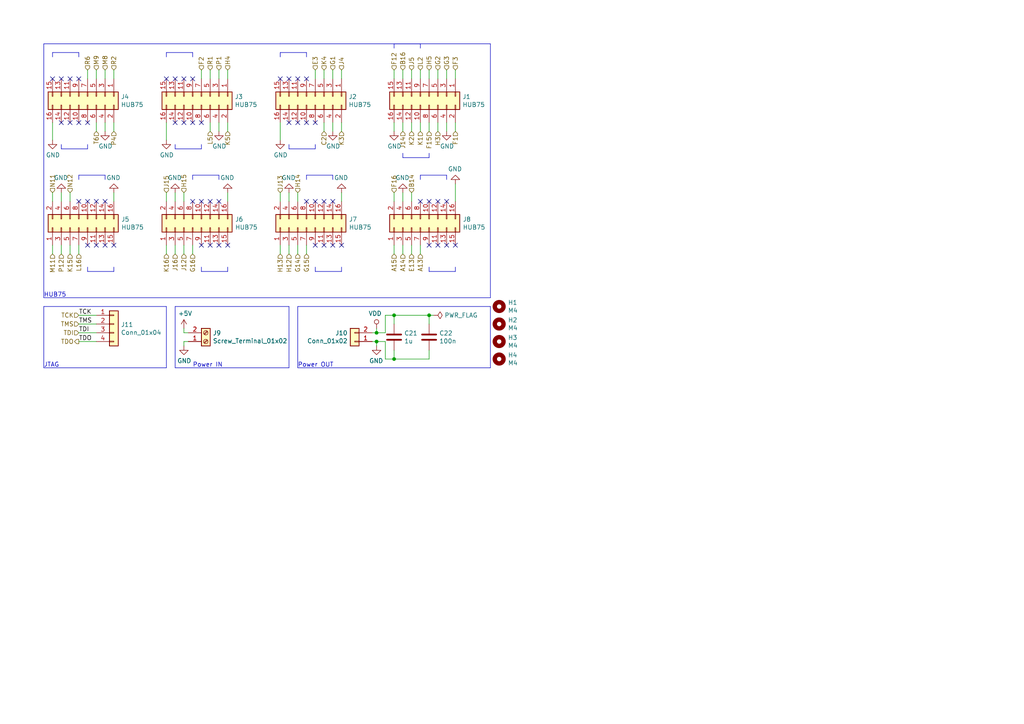
<source format=kicad_sch>
(kicad_sch (version 20220104) (generator eeschema)
  (paper "A4")
  (title_block (date "2020-08-29"))
  (lib_symbols
    (symbol "Connector:Screw_Terminal_01x02" (pin_names hide)
      (property "Reference" "J" (at 0 2.54 0))
      (property "Value" "Screw_Terminal_01x02" (at 0 -5.08 0))
      (symbol "Screw_Terminal_01x02_1_1"
        (rectangle (start -1.27 1.27) (end 1.27 -3.81) (stroke (width 0.254)) (fill (type background)))
        (circle (center 0 -2.54) (radius 0.635))
        (polyline (pts (xy -0.5334 -2.2098) (xy 0.3302 -3.048)))
        (polyline (pts (xy -0.5334 0.3302) (xy 0.3302 -0.508)))
        (polyline (pts (xy -0.3556 -2.032) (xy 0.508 -2.8702)))
        (polyline (pts (xy -0.3556 0.508) (xy 0.508 -0.3302)))
        (circle (center 0 0) (radius 0.635))
        (pin passive line (at -5.08 0 0) (length 3.81) (name "Pin_1") (number "1"))
        (pin passive line (at -5.08 -2.54 0) (length 3.81) (name "Pin_2") (number "2"))
      )
    )
    (symbol "Connector_Generic:Conn_01x02" (pin_names hide)
      (property "Reference" "J" (at 0 2.54 0))
      (property "Value" "Conn_01x02" (at 0 -5.08 0))
      (symbol "Conn_01x02_1_1"
        (rectangle (start -1.27 -2.413) (end 0 -2.667))
        (rectangle (start -1.27 0.127) (end 0 -0.127))
        (rectangle (start -1.27 1.27) (end 1.27 -3.81) (stroke (width 0.254)) (fill (type background)))
        (pin passive line (at -5.08 0 0) (length 3.81) (name "Pin_1") (number "1"))
        (pin passive line (at -5.08 -2.54 0) (length 3.81) (name "Pin_2") (number "2"))
      )
    )
    (symbol "Connector_Generic:Conn_01x04" (pin_names hide)
      (property "Reference" "J" (at 0 5.08 0))
      (property "Value" "Conn_01x04" (at 0 -7.62 0))
      (symbol "Conn_01x04_1_1"
        (rectangle (start -1.27 -4.953) (end 0 -5.207))
        (rectangle (start -1.27 -2.413) (end 0 -2.667))
        (rectangle (start -1.27 0.127) (end 0 -0.127))
        (rectangle (start -1.27 2.667) (end 0 2.413))
        (rectangle (start -1.27 3.81) (end 1.27 -6.35) (stroke (width 0.254)) (fill (type background)))
        (pin passive line (at -5.08 2.54 0) (length 3.81) (name "Pin_1") (number "1"))
        (pin passive line (at -5.08 0 0) (length 3.81) (name "Pin_2") (number "2"))
        (pin passive line (at -5.08 -2.54 0) (length 3.81) (name "Pin_3") (number "3"))
        (pin passive line (at -5.08 -5.08 0) (length 3.81) (name "Pin_4") (number "4"))
      )
    )
    (symbol "Connector_Generic:Conn_02x08_Odd_Even" (pin_names hide)
      (property "Reference" "J" (at 1.27 10.16 0))
      (property "Value" "Conn_02x08_Odd_Even" (at 1.27 -12.7 0))
      (symbol "Conn_02x08_Odd_Even_1_1"
        (rectangle (start -1.27 -10.033) (end 0 -10.287))
        (rectangle (start -1.27 -7.493) (end 0 -7.747))
        (rectangle (start -1.27 -4.953) (end 0 -5.207))
        (rectangle (start -1.27 -2.413) (end 0 -2.667))
        (rectangle (start -1.27 0.127) (end 0 -0.127))
        (rectangle (start -1.27 2.667) (end 0 2.413))
        (rectangle (start -1.27 5.207) (end 0 4.953))
        (rectangle (start -1.27 7.747) (end 0 7.493))
        (rectangle (start -1.27 8.89) (end 3.81 -11.43) (stroke (width 0.254)) (fill (type background)))
        (rectangle (start 3.81 -10.033) (end 2.54 -10.287))
        (rectangle (start 3.81 -7.493) (end 2.54 -7.747))
        (rectangle (start 3.81 -4.953) (end 2.54 -5.207))
        (rectangle (start 3.81 -2.413) (end 2.54 -2.667))
        (rectangle (start 3.81 0.127) (end 2.54 -0.127))
        (rectangle (start 3.81 2.667) (end 2.54 2.413))
        (rectangle (start 3.81 5.207) (end 2.54 4.953))
        (rectangle (start 3.81 7.747) (end 2.54 7.493))
        (pin passive line (at -5.08 7.62 0) (length 3.81) (name "Pin_1") (number "1"))
        (pin passive line (at 7.62 -2.54 180) (length 3.81) (name "Pin_10") (number "10"))
        (pin passive line (at -5.08 -5.08 0) (length 3.81) (name "Pin_11") (number "11"))
        (pin passive line (at 7.62 -5.08 180) (length 3.81) (name "Pin_12") (number "12"))
        (pin passive line (at -5.08 -7.62 0) (length 3.81) (name "Pin_13") (number "13"))
        (pin passive line (at 7.62 -7.62 180) (length 3.81) (name "Pin_14") (number "14"))
        (pin passive line (at -5.08 -10.16 0) (length 3.81) (name "Pin_15") (number "15"))
        (pin passive line (at 7.62 -10.16 180) (length 3.81) (name "Pin_16") (number "16"))
        (pin passive line (at 7.62 7.62 180) (length 3.81) (name "Pin_2") (number "2"))
        (pin passive line (at -5.08 5.08 0) (length 3.81) (name "Pin_3") (number "3"))
        (pin passive line (at 7.62 5.08 180) (length 3.81) (name "Pin_4") (number "4"))
        (pin passive line (at -5.08 2.54 0) (length 3.81) (name "Pin_5") (number "5"))
        (pin passive line (at 7.62 2.54 180) (length 3.81) (name "Pin_6") (number "6"))
        (pin passive line (at -5.08 0 0) (length 3.81) (name "Pin_7") (number "7"))
        (pin passive line (at 7.62 0 180) (length 3.81) (name "Pin_8") (number "8"))
        (pin passive line (at -5.08 -2.54 0) (length 3.81) (name "Pin_9") (number "9"))
      )
    )
    (symbol "Device:C" (pin_numbers hide) (pin_names (offset 0.254))
      (property "Reference" "C" (at 0.635 2.54 0))
      (property "Value" "C" (at 0.635 -2.54 0))
      (symbol "C_0_1"
        (polyline (pts (xy -2.032 -0.762) (xy 2.032 -0.762)) (stroke (width 0.508)))
        (polyline (pts (xy -2.032 0.762) (xy 2.032 0.762)) (stroke (width 0.508)))
      )
      (symbol "C_1_1"
        (pin passive line (at 0 3.81 270) (length 2.794) (name "~") (number "1"))
        (pin passive line (at 0 -3.81 90) (length 2.794) (name "~") (number "2"))
      )
    )
    (symbol "Mechanical:MountingHole"
      (property "Reference" "H" (at 0 5.08 0))
      (property "Value" "MountingHole" (at 0 3.175 0))
      (symbol "MountingHole_0_1"
        (circle (center 0 0) (radius 1.27) (stroke (width 1.27)))
      )
    )
    (symbol "power:+5V" (power) (pin_names (offset 0))
      (property "Value" "+5V" (at 0 3.556 0))
      (symbol "+5V_0_1"
        (polyline (pts (xy -0.762 1.27) (xy 0 2.54)))
        (polyline (pts (xy 0 0) (xy 0 2.54)))
        (polyline (pts (xy 0 2.54) (xy 0.762 1.27)))
      )
      (symbol "+5V_1_1"
        (pin power_in line (at 0 0 90) (length 0) hide (name "+5V") (number "1"))
      )
    )
    (symbol "power:GND" (power) (pin_names (offset 0))
      (property "Value" "GND" (at 0 -3.81 0))
      (symbol "GND_0_1"
        (polyline (pts (xy 0 0) (xy 0 -1.27) (xy 1.27 -1.27) (xy 0 -2.54) (xy -1.27 -1.27) (xy 0 -1.27)))
      )
      (symbol "GND_1_1"
        (pin power_in line (at 0 0 270) (length 0) hide (name "GND") (number "1"))
      )
    )
    (symbol "power:PWR_FLAG" (power) (pin_numbers hide) (pin_names (offset 0) hide)
      (property "Value" "PWR_FLAG" (at 0 3.81 0))
      (symbol "PWR_FLAG_0_0"
        (pin power_out line (at 0 0 90) (length 0) (name "pwr") (number "1"))
      )
      (symbol "PWR_FLAG_0_1"
        (polyline (pts (xy 0 0) (xy 0 1.27) (xy -1.016 1.905) (xy 0 2.54) (xy 1.016 1.905) (xy 0 1.27)))
      )
    )
    (symbol "power:VDD" (power) (pin_names (offset 0))
      (property "Value" "VDD" (at 0 3.81 0))
      (symbol "VDD_0_1"
        (polyline (pts (xy 0 0) (xy 0 1.27)))
        (circle (center 0 1.905) (radius 0.635))
      )
      (symbol "VDD_1_1"
        (pin power_in line (at 0 0 90) (length 0) hide (name "VDD") (number "1"))
      )
    )
  )
  (junction (at 109.22 96.52))
  (junction (at 124.46 91.44))
  (junction (at 114.3 104.14))
  (junction (at 114.3 91.44))
  (junction (at 109.22 99.06))
  (no_connect (at 99.06 71.12))
  (no_connect (at 58.42 58.42))
  (no_connect (at 27.94 58.42))
  (no_connect (at 121.92 58.42))
  (no_connect (at 22.86 22.86))
  (no_connect (at 48.26 22.86))
  (no_connect (at 129.54 58.42))
  (no_connect (at 91.44 71.12))
  (no_connect (at 22.86 58.42))
  (no_connect (at 50.8 35.56))
  (no_connect (at 25.4 71.12))
  (no_connect (at 53.34 22.86))
  (no_connect (at 53.34 35.56))
  (no_connect (at 25.4 58.42))
  (no_connect (at 96.52 71.12))
  (no_connect (at 63.5 71.12))
  (no_connect (at 60.96 58.42))
  (no_connect (at 30.48 71.12))
  (no_connect (at 86.36 35.56))
  (no_connect (at 66.04 71.12))
  (no_connect (at 88.9 35.56))
  (no_connect (at 60.96 71.12))
  (no_connect (at 83.82 22.86))
  (no_connect (at 88.9 22.86))
  (no_connect (at 55.88 35.56))
  (no_connect (at 93.98 71.12))
  (no_connect (at 88.9 58.42))
  (no_connect (at 15.24 22.86))
  (no_connect (at 30.48 58.42))
  (no_connect (at 91.44 58.42))
  (no_connect (at 81.28 22.86))
  (no_connect (at 91.44 35.56))
  (no_connect (at 20.32 22.86))
  (no_connect (at 127 58.42))
  (no_connect (at 96.52 58.42))
  (no_connect (at 55.88 58.42))
  (no_connect (at 22.86 35.56))
  (no_connect (at 55.88 22.86))
  (no_connect (at 132.08 71.12))
  (no_connect (at 127 71.12))
  (no_connect (at 83.82 35.56))
  (no_connect (at 93.98 58.42))
  (no_connect (at 124.46 58.42))
  (no_connect (at 63.5 58.42))
  (no_connect (at 25.4 35.56))
  (no_connect (at 58.42 35.56))
  (no_connect (at 124.46 71.12))
  (no_connect (at 27.94 71.12))
  (no_connect (at 33.02 71.12))
  (no_connect (at 17.78 35.56))
  (no_connect (at 58.42 71.12))
  (no_connect (at 86.36 22.86))
  (no_connect (at 20.32 35.56))
  (no_connect (at 50.8 22.86))
  (no_connect (at 17.78 22.86))
  (no_connect (at 129.54 71.12))
  (polyline (pts (xy 83.82 41.91) (xy 83.82 43.18)) (stroke (width 0) (type solid)))
  (wire (pts (xy 124.46 104.14) (xy 114.3 104.14)))
  (wire (pts (xy 27.94 35.56) (xy 27.94 38.1)))
  (wire (pts (xy 91.44 20.32) (xy 91.44 22.86)))
  (wire (pts (xy 114.3 104.14) (xy 111.76 104.14)))
  (polyline (pts (xy 132.08 77.47) (xy 132.08 78.74)) (stroke (width 0) (type solid)))
  (wire (pts (xy 96.52 35.56) (xy 96.52 38.1)))
  (polyline (pts (xy 33.02 78.74) (xy 25.4 78.74)) (stroke (width 0) (type solid)))
  (polyline (pts (xy 12.7 88.9) (xy 12.7 106.68)) (stroke (width 0) (type solid)))
  (wire (pts (xy 121.92 73.66) (xy 121.92 71.12)))
  (wire (pts (xy 66.04 20.32) (xy 66.04 22.86)))
  (wire (pts (xy 66.04 35.56) (xy 66.04 38.1)))
  (polyline (pts (xy 81.28 15.24) (xy 88.9 15.24)) (stroke (width 0) (type solid)))
  (wire (pts (xy 127 20.32) (xy 127 22.86)))
  (wire (pts (xy 30.48 35.56) (xy 30.48 38.1)))
  (polyline (pts (xy 114.3 13.97) (xy 114.3 12.7)) (stroke (width 0) (type solid)))
  (wire (pts (xy 93.98 20.32) (xy 93.98 22.86)))
  (wire (pts (xy 111.76 91.44) (xy 114.3 91.44)))
  (polyline (pts (xy 96.52 50.8) (xy 88.9 50.8)) (stroke (width 0) (type solid)))
  (polyline (pts (xy 33.02 77.47) (xy 33.02 78.74)) (stroke (width 0) (type solid)))
  (wire (pts (xy 93.98 35.56) (xy 93.98 38.1)))
  (polyline (pts (xy 99.06 77.47) (xy 99.06 78.74)) (stroke (width 0) (type solid)))
  (polyline (pts (xy 83.82 43.18) (xy 91.44 43.18)) (stroke (width 0) (type solid)))
  (wire (pts (xy 119.38 35.56) (xy 119.38 38.1)))
  (wire (pts (xy 17.78 73.66) (xy 17.78 71.12)))
  (wire (pts (xy 17.78 58.42) (xy 17.78 55.88)))
  (polyline (pts (xy 55.88 52.07) (xy 55.88 50.8)) (stroke (width 0) (type solid)))
  (wire (pts (xy 109.22 95.25) (xy 109.22 96.52)))
  (wire (pts (xy 119.38 73.66) (xy 119.38 71.12)))
  (polyline (pts (xy 86.36 106.68) (xy 142.24 106.68)) (stroke (width 0) (type solid)))
  (polyline (pts (xy 63.5 50.8) (xy 55.88 50.8)) (stroke (width 0) (type solid)))
  (wire (pts (xy 116.84 58.42) (xy 116.84 55.88)))
  (wire (pts (xy 119.38 58.42) (xy 119.38 55.88)))
  (wire (pts (xy 55.88 73.66) (xy 55.88 71.12)))
  (wire (pts (xy 116.84 73.66) (xy 116.84 71.12)))
  (polyline (pts (xy 48.26 106.68) (xy 48.26 88.9)) (stroke (width 0) (type solid)))
  (wire (pts (xy 116.84 20.32) (xy 116.84 22.86)))
  (polyline (pts (xy 91.44 78.74) (xy 91.44 77.47)) (stroke (width 0) (type solid)))
  (polyline (pts (xy 50.8 106.68) (xy 83.82 106.68)) (stroke (width 0) (type solid)))
  (wire (pts (xy 60.96 20.32) (xy 60.96 22.86)))
  (wire (pts (xy 25.4 20.32) (xy 25.4 22.86)))
  (polyline (pts (xy 66.04 78.74) (xy 58.42 78.74)) (stroke (width 0) (type solid)))
  (wire (pts (xy 15.24 73.66) (xy 15.24 71.12)))
  (wire (pts (xy 15.24 35.56) (xy 15.24 40.64)))
  (polyline (pts (xy 91.44 41.91) (xy 91.44 43.18)) (stroke (width 0) (type solid)))
  (wire (pts (xy 83.82 58.42) (xy 83.82 55.88)))
  (polyline (pts (xy 142.24 106.68) (xy 142.24 88.9)) (stroke (width 0) (type solid)))
  (polyline (pts (xy 58.42 78.74) (xy 58.42 77.47)) (stroke (width 0) (type solid)))
  (wire (pts (xy 22.86 99.06) (xy 27.94 99.06)))
  (wire (pts (xy 50.8 58.42) (xy 50.8 55.88)))
  (wire (pts (xy 124.46 20.32) (xy 124.46 22.86)))
  (wire (pts (xy 33.02 58.42) (xy 33.02 55.88)))
  (polyline (pts (xy 86.36 88.9) (xy 142.24 88.9)) (stroke (width 0) (type solid)))
  (wire (pts (xy 99.06 58.42) (xy 99.06 55.88)))
  (polyline (pts (xy 142.24 86.36) (xy 142.24 12.7)) (stroke (width 0) (type solid)))
  (polyline (pts (xy 17.78 41.91) (xy 17.78 43.18)) (stroke (width 0) (type solid)))
  (polyline (pts (xy 121.92 12.7) (xy 121.92 13.97)) (stroke (width 0) (type solid)))
  (wire (pts (xy 114.3 35.56) (xy 114.3 38.1)))
  (polyline (pts (xy 63.5 52.07) (xy 63.5 50.8)) (stroke (width 0) (type solid)))
  (wire (pts (xy 63.5 20.32) (xy 63.5 22.86)))
  (wire (pts (xy 20.32 73.66) (xy 20.32 71.12)))
  (wire (pts (xy 99.06 35.56) (xy 99.06 38.1)))
  (wire (pts (xy 132.08 35.56) (xy 132.08 38.1)))
  (polyline (pts (xy 17.78 43.18) (xy 25.4 43.18)) (stroke (width 0) (type solid)))
  (polyline (pts (xy 86.36 88.9) (xy 86.36 106.68)) (stroke (width 0) (type solid)))
  (polyline (pts (xy 12.7 86.36) (xy 142.24 86.36)) (stroke (width 0) (type solid)))
  (polyline (pts (xy 50.8 88.9) (xy 50.8 106.68)) (stroke (width 0) (type solid)))
  (polyline (pts (xy 48.26 16.51) (xy 48.26 15.24)) (stroke (width 0) (type solid)))
  (polyline (pts (xy 25.4 78.74) (xy 25.4 77.47)) (stroke (width 0) (type solid)))
  (polyline (pts (xy 22.86 52.07) (xy 22.86 50.8)) (stroke (width 0) (type solid)))
  (wire (pts (xy 114.3 101.6) (xy 114.3 104.14)))
  (wire (pts (xy 53.34 96.52) (xy 54.61 96.52)))
  (wire (pts (xy 15.24 58.42) (xy 15.24 55.88)))
  (wire (pts (xy 114.3 91.44) (xy 124.46 91.44)))
  (wire (pts (xy 33.02 35.56) (xy 33.02 38.1)))
  (wire (pts (xy 111.76 99.06) (xy 109.22 99.06)))
  (wire (pts (xy 119.38 20.32) (xy 119.38 22.86)))
  (wire (pts (xy 107.95 99.06) (xy 109.22 99.06)))
  (wire (pts (xy 22.86 93.98) (xy 27.94 93.98)))
  (polyline (pts (xy 124.46 78.74) (xy 124.46 77.47)) (stroke (width 0) (type solid)))
  (wire (pts (xy 27.94 20.32) (xy 27.94 22.86)))
  (wire (pts (xy 124.46 35.56) (xy 124.46 38.1)))
  (wire (pts (xy 88.9 73.66) (xy 88.9 71.12)))
  (wire (pts (xy 109.22 99.06) (xy 109.22 100.33)))
  (wire (pts (xy 116.84 35.56) (xy 116.84 38.1)))
  (polyline (pts (xy 12.7 106.68) (xy 48.26 106.68)) (stroke (width 0) (type solid)))
  (wire (pts (xy 129.54 20.32) (xy 129.54 22.86)))
  (wire (pts (xy 111.76 104.14) (xy 111.76 99.06)))
  (polyline (pts (xy 132.08 78.74) (xy 124.46 78.74)) (stroke (width 0) (type solid)))
  (polyline (pts (xy 48.26 15.24) (xy 55.88 15.24)) (stroke (width 0) (type solid)))
  (wire (pts (xy 124.46 91.44) (xy 124.46 93.98)))
  (polyline (pts (xy 12.7 88.9) (xy 48.26 88.9)) (stroke (width 0) (type solid)))
  (wire (pts (xy 129.54 35.56) (xy 129.54 38.1)))
  (polyline (pts (xy 116.84 45.72) (xy 124.46 45.72)) (stroke (width 0) (type solid)))
  (wire (pts (xy 22.86 73.66) (xy 22.86 71.12)))
  (polyline (pts (xy 96.52 52.07) (xy 96.52 50.8)) (stroke (width 0) (type solid)))
  (polyline (pts (xy 83.82 106.68) (xy 83.82 88.9)) (stroke (width 0) (type solid)))
  (wire (pts (xy 53.34 58.42) (xy 53.34 55.88)))
  (wire (pts (xy 58.42 20.32) (xy 58.42 22.86)))
  (polyline (pts (xy 121.92 52.07) (xy 121.92 50.8)) (stroke (width 0) (type solid)))
  (polyline (pts (xy 88.9 15.24) (xy 88.9 16.51)) (stroke (width 0) (type solid)))
  (wire (pts (xy 109.22 96.52) (xy 107.95 96.52)))
  (wire (pts (xy 66.04 58.42) (xy 66.04 55.88)))
  (polyline (pts (xy 15.24 16.51) (xy 15.24 15.24)) (stroke (width 0) (type solid)))
  (polyline (pts (xy 81.28 16.51) (xy 81.28 15.24)) (stroke (width 0) (type solid)))
  (polyline (pts (xy 124.46 44.45) (xy 124.46 45.72)) (stroke (width 0) (type solid)))
  (polyline (pts (xy 66.04 77.47) (xy 66.04 78.74)) (stroke (width 0) (type solid)))
  (wire (pts (xy 121.92 35.56) (xy 121.92 38.1)))
  (polyline (pts (xy 129.54 52.07) (xy 129.54 50.8)) (stroke (width 0) (type solid)))
  (wire (pts (xy 86.36 73.66) (xy 86.36 71.12)))
  (polyline (pts (xy 88.9 52.07) (xy 88.9 50.8)) (stroke (width 0) (type solid)))
  (wire (pts (xy 114.3 91.44) (xy 114.3 93.98)))
  (wire (pts (xy 33.02 20.32) (xy 33.02 22.86)))
  (wire (pts (xy 60.96 35.56) (xy 60.96 38.1)))
  (wire (pts (xy 22.86 96.52) (xy 27.94 96.52)))
  (polyline (pts (xy 50.8 41.91) (xy 50.8 43.18)) (stroke (width 0) (type solid)))
  (polyline (pts (xy 25.4 41.91) (xy 25.4 43.18)) (stroke (width 0) (type solid)))
  (wire (pts (xy 124.46 91.44) (xy 125.73 91.44)))
  (wire (pts (xy 114.3 20.32) (xy 114.3 22.86)))
  (wire (pts (xy 83.82 73.66) (xy 83.82 71.12)))
  (polyline (pts (xy 99.06 78.74) (xy 91.44 78.74)) (stroke (width 0) (type solid)))
  (polyline (pts (xy 55.88 15.24) (xy 55.88 16.51)) (stroke (width 0) (type solid)))
  (wire (pts (xy 109.22 96.52) (xy 111.76 96.52)))
  (wire (pts (xy 53.34 99.06) (xy 53.34 100.33)))
  (wire (pts (xy 121.92 20.32) (xy 121.92 22.86)))
  (wire (pts (xy 81.28 73.66) (xy 81.28 71.12)))
  (wire (pts (xy 20.32 58.42) (xy 20.32 55.88)))
  (polyline (pts (xy 15.24 15.24) (xy 22.86 15.24)) (stroke (width 0) (type solid)))
  (polyline (pts (xy 30.48 52.07) (xy 30.48 50.8)) (stroke (width 0) (type solid)))
  (wire (pts (xy 132.08 58.42) (xy 132.08 53.34)))
  (polyline (pts (xy 116.84 44.45) (xy 116.84 45.72)) (stroke (width 0) (type solid)))
  (wire (pts (xy 86.36 58.42) (xy 86.36 55.88)))
  (polyline (pts (xy 50.8 88.9) (xy 83.82 88.9)) (stroke (width 0) (type solid)))
  (wire (pts (xy 127 35.56) (xy 127 38.1)))
  (wire (pts (xy 53.34 99.06) (xy 54.61 99.06)))
  (wire (pts (xy 81.28 35.56) (xy 81.28 40.64)))
  (wire (pts (xy 114.3 58.42) (xy 114.3 55.88)))
  (polyline (pts (xy 58.42 41.91) (xy 58.42 43.18)) (stroke (width 0) (type solid)))
  (wire (pts (xy 99.06 20.32) (xy 99.06 22.86)))
  (polyline (pts (xy 129.54 50.8) (xy 121.92 50.8)) (stroke (width 0) (type solid)))
  (wire (pts (xy 96.52 20.32) (xy 96.52 22.86)))
  (polyline (pts (xy 114.3 12.7) (xy 121.92 12.7)) (stroke (width 0) (type solid)))
  (polyline (pts (xy 50.8 43.18) (xy 58.42 43.18)) (stroke (width 0) (type solid)))
  (wire (pts (xy 114.3 73.66) (xy 114.3 71.12)))
  (wire (pts (xy 53.34 95.25) (xy 53.34 96.52)))
  (wire (pts (xy 63.5 35.56) (xy 63.5 38.1)))
  (wire (pts (xy 48.26 73.66) (xy 48.26 71.12)))
  (polyline (pts (xy 22.86 15.24) (xy 22.86 16.51)) (stroke (width 0) (type solid)))
  (wire (pts (xy 132.08 20.32) (xy 132.08 22.86)))
  (wire (pts (xy 48.26 35.56) (xy 48.26 40.64)))
  (wire (pts (xy 30.48 20.32) (xy 30.48 22.86)))
  (wire (pts (xy 48.26 58.42) (xy 48.26 55.88)))
  (wire (pts (xy 81.28 58.42) (xy 81.28 55.88)))
  (wire (pts (xy 22.86 91.44) (xy 27.94 91.44)))
  (wire (pts (xy 50.8 73.66) (xy 50.8 71.12)))
  (wire (pts (xy 124.46 101.6) (xy 124.46 104.14)))
  (polyline (pts (xy 12.7 12.7) (xy 12.7 86.36)) (stroke (width 0) (type solid)))
  (wire (pts (xy 53.34 73.66) (xy 53.34 71.12)))
  (wire (pts (xy 111.76 96.52) (xy 111.76 91.44)))
  (polyline (pts (xy 30.48 50.8) (xy 22.86 50.8)) (stroke (width 0) (type solid)))
  (polyline (pts (xy 12.7 12.7) (xy 142.24 12.7)) (stroke (width 0) (type solid)))
  (text "Power OUT" (at 86.36 106.68 0) (effects (font (size 1.27 1.27)) (justify left bottom)))
  (text "HUB75" (at 12.7 86.36 0) (effects (font (size 1.27 1.27)) (justify left bottom)))
  (text "Power IN" (at 55.88 106.68 0) (effects (font (size 1.27 1.27)) (justify left bottom)))
  (text "JTAG" (at 12.7 106.68 0) (effects (font (size 1.27 1.27)) (justify left bottom)))
  (label "TDI" (at 22.86 96.52 0))
  (label "TMS" (at 22.86 93.98 0))
  (label "TCK" (at 22.86 91.44 0))
  (label "TDO" (at 22.86 99.06 0))
  (hierarchical_label "G1" (shape input) (at 96.52 20.32 90))
  (hierarchical_label "K5" (shape input) (at 66.04 38.1 270))
  (hierarchical_label "B14" (shape input) (at 119.38 55.88 90))
  (hierarchical_label "H3" (shape input) (at 127 38.1 270))
  (hierarchical_label "H13" (shape input) (at 81.28 73.66 270))
  (hierarchical_label "K16" (shape input) (at 48.26 73.66 270))
  (hierarchical_label "TDO" (shape output) (at 22.86 99.06 180))
  (hierarchical_label "A13" (shape input) (at 121.92 73.66 270))
  (hierarchical_label "E13" (shape input) (at 119.38 73.66 270))
  (hierarchical_label "H5" (shape input) (at 124.46 20.32 90))
  (hierarchical_label "H4" (shape input) (at 66.04 20.32 90))
  (hierarchical_label "J4" (shape input) (at 99.06 20.32 90))
  (hierarchical_label "B16" (shape input) (at 116.84 20.32 90))
  (hierarchical_label "R1" (shape input) (at 60.96 20.32 90))
  (hierarchical_label "K3" (shape input) (at 99.06 38.1 270))
  (hierarchical_label "M9" (shape input) (at 27.94 20.32 90))
  (hierarchical_label "P1" (shape input) (at 63.5 20.32 90))
  (hierarchical_label "F1" (shape input) (at 132.08 38.1 270))
  (hierarchical_label "H12" (shape input) (at 83.82 73.66 270))
  (hierarchical_label "K4" (shape input) (at 93.98 20.32 90))
  (hierarchical_label "J12" (shape input) (at 53.34 73.66 270))
  (hierarchical_label "N11" (shape input) (at 15.24 55.88 90))
  (hierarchical_label "L2" (shape input) (at 121.92 20.32 90))
  (hierarchical_label "R2" (shape input) (at 33.02 20.32 90))
  (hierarchical_label "G14" (shape input) (at 86.36 73.66 270))
  (hierarchical_label "A15" (shape input) (at 114.3 73.66 270))
  (hierarchical_label "R6" (shape input) (at 25.4 20.32 90))
  (hierarchical_label "L5" (shape input) (at 60.96 38.1 270))
  (hierarchical_label "H14" (shape input) (at 86.36 55.88 90))
  (hierarchical_label "J13" (shape input) (at 81.28 55.88 90))
  (hierarchical_label "K1" (shape input) (at 121.92 38.1 270))
  (hierarchical_label "G2" (shape input) (at 127 20.32 90))
  (hierarchical_label "G15" (shape input) (at 88.9 73.66 270))
  (hierarchical_label "F16" (shape input) (at 114.3 55.88 90))
  (hierarchical_label "F15" (shape input) (at 124.46 38.1 270))
  (hierarchical_label "F3" (shape input) (at 132.08 20.32 90))
  (hierarchical_label "J15" (shape input) (at 48.26 55.88 90))
  (hierarchical_label "K15" (shape input) (at 20.32 73.66 270))
  (hierarchical_label "P4" (shape input) (at 33.02 38.1 270))
  (hierarchical_label "E3" (shape input) (at 91.44 20.32 90))
  (hierarchical_label "J14" (shape input) (at 116.84 38.1 270))
  (hierarchical_label "H15" (shape input) (at 53.34 55.88 90))
  (hierarchical_label "TDI" (shape input) (at 22.86 96.52 180))
  (hierarchical_label "P12" (shape input) (at 17.78 73.66 270))
  (hierarchical_label "C2" (shape input) (at 93.98 38.1 270))
  (hierarchical_label "J5" (shape input) (at 119.38 20.32 90))
  (hierarchical_label "G3" (shape input) (at 129.54 20.32 90))
  (hierarchical_label "TCK" (shape input) (at 22.86 91.44 180))
  (hierarchical_label "F2" (shape input) (at 58.42 20.32 90))
  (hierarchical_label "J16" (shape input) (at 50.8 73.66 270))
  (hierarchical_label "M8" (shape input) (at 30.48 20.32 90))
  (hierarchical_label "K2" (shape input) (at 119.38 38.1 270))
  (hierarchical_label "TMS" (shape input) (at 22.86 93.98 180))
  (hierarchical_label "N12" (shape input) (at 20.32 55.88 90))
  (hierarchical_label "T6" (shape input) (at 27.94 38.1 270))
  (hierarchical_label "F12" (shape input) (at 114.3 20.32 90))
  (hierarchical_label "L16" (shape input) (at 22.86 73.66 270))
  (hierarchical_label "A14" (shape input) (at 116.84 73.66 270))
  (hierarchical_label "M11" (shape input) (at 15.24 73.66 270))
  (hierarchical_label "G16" (shape input) (at 55.88 73.66 270))
  (symbol (lib_id "Device:C") (at 114.3 97.79 0) (mirror x) (unit 1)
    (property "Reference" "C21" (at 117.221 96.641 0) (effects (justify left)))
    (property "Value" "1u" (at 117.2211 98.9393 0) (effects (justify left)))
    (property "Footprint" "Capacitor_SMD:C_0603_1608Metric_Icon" (effects hide))
  )
  (symbol (lib_id "power:GND") (at 30.48 38.1 0) (unit 1)
    (property "Reference" "#PWR0187" (effects hide))
    (property "Value" "GND" (at 30.5943 42.4244 0))
  )
  (symbol (lib_id "power:GND") (at 129.54 38.1 0) (unit 1)
    (property "Reference" "#PWR0159" (effects hide))
    (property "Value" "GND" (at 129.6543 42.4244 0))
  )
  (symbol (lib_id "Connector_Generic:Conn_01x04") (at 33.02 93.98 0) (unit 1)
    (property "Reference" "J11" (at 35.0521 94.1514 0) (effects (justify left)))
    (property "Value" "Conn_01x04" (at 35.0521 96.4501 0) (effects (justify left)))
    (property "Footprint" "Connector_PinHeader_2.54mm:PinHeader_1x04_P2.54mm_Vertical" (effects hide))
  )
  (symbol (lib_id "power:PWR_FLAG") (at 125.73 91.44 270) (unit 1)
    (property "Reference" "#FLG0101" (effects hide))
    (property "Value" "PWR_FLAG" (at 128.9051 91.44 90) (effects (justify left)))
  )
  (symbol (lib_id "Connector_Generic:Conn_02x08_Odd_Even") (at 88.9 66.04 90) (unit 1)
    (property "Reference" "J7" (at 101.1937 63.6206 90) (effects (justify right)))
    (property "Value" "HUB75" (at 101.194 65.919 90) (effects (justify right)))
    (property "Footprint" "Connector_PinSocket_2.54mm:PinSocket_2x08_P2.54mm_Vertical" (effects hide))
  )
  (symbol (lib_id "power:GND") (at 81.28 40.64 0) (unit 1)
    (property "Reference" "#PWR0169" (effects hide))
    (property "Value" "GND" (at 81.3943 44.9644 0))
  )
  (symbol (lib_id "Connector_Generic:Conn_02x08_Odd_Even") (at 91.44 27.94 270) (unit 1)
    (property "Reference" "J2" (at 101.0921 28.0606 90) (effects (justify left)))
    (property "Value" "HUB75" (at 101.092 30.359 90) (effects (justify left)))
    (property "Footprint" "Connector_PinSocket_2.54mm:PinSocket_2x08_P2.54mm_Vertical" (effects hide))
  )
  (symbol (lib_id "Mechanical:MountingHole") (at 144.78 93.98 0) (unit 1)
    (property "Reference" "H2" (at 147.3201 92.8306 0) (effects (justify left)))
    (property "Value" "M4" (at 147.32 95.129 0) (effects (justify left)))
    (property "Footprint" "MountingHole:MountingHole_4.3mm_M4_ISO7380_Pad" (effects hide))
  )
  (symbol (lib_id "power:GND") (at 63.5 38.1 0) (unit 1)
    (property "Reference" "#PWR0174" (effects hide))
    (property "Value" "GND" (at 63.6143 42.4244 0))
  )
  (symbol (lib_id "power:GND") (at 109.22 100.33 0) (mirror y) (unit 1)
    (property "Reference" "#PWR0180" (effects hide))
    (property "Value" "GND" (at 109.1057 104.6544 0))
  )
  (symbol (lib_id "Mechanical:MountingHole") (at 144.78 99.06 0) (unit 1)
    (property "Reference" "H3" (at 147.3201 97.9106 0) (effects (justify left)))
    (property "Value" "M4" (at 147.32 100.209 0) (effects (justify left)))
    (property "Footprint" "MountingHole:MountingHole_4.3mm_M4_ISO7380_Pad" (effects hide))
  )
  (symbol (lib_id "power:GND") (at 116.84 55.88 180) (unit 1)
    (property "Reference" "#PWR0160" (effects hide))
    (property "Value" "GND" (at 116.7257 51.5556 0))
  )
  (symbol (lib_id "power:GND") (at 50.8 55.88 180) (unit 1)
    (property "Reference" "#PWR0181" (effects hide))
    (property "Value" "GND" (at 50.6857 51.5556 0))
  )
  (symbol (lib_id "Connector_Generic:Conn_01x02") (at 102.87 99.06 180) (unit 1)
    (property "Reference" "J10" (at 100.8379 96.5898 0) (effects (justify left)))
    (property "Value" "Conn_01x02" (at 100.8379 98.8885 0) (effects (justify left)))
    (property "Footprint" "Connector_PinHeader_2.54mm:PinHeader_1x02_P2.54mm_Vertical" (effects hide))
  )
  (symbol (lib_id "Connector_Generic:Conn_02x08_Odd_Even") (at 22.86 66.04 90) (unit 1)
    (property "Reference" "J5" (at 35.1537 63.6206 90) (effects (justify right)))
    (property "Value" "HUB75" (at 35.154 65.919 90) (effects (justify right)))
    (property "Footprint" "Connector_PinSocket_2.54mm:PinSocket_2x08_P2.54mm_Vertical" (effects hide))
  )
  (symbol (lib_id "power:GND") (at 53.34 100.33 0) (unit 1)
    (property "Reference" "#PWR0183" (effects hide))
    (property "Value" "GND" (at 53.4543 104.6544 0))
  )
  (symbol (lib_id "power:VDD") (at 109.22 95.25 0) (mirror y) (unit 1)
    (property "Reference" "#PWR0149" (effects hide))
    (property "Value" "VDD" (at 108.7882 90.9256 0))
  )
  (symbol (lib_id "Mechanical:MountingHole") (at 144.78 104.14 0) (unit 1)
    (property "Reference" "H4" (at 147.3201 102.9906 0) (effects (justify left)))
    (property "Value" "M4" (at 147.32 105.289 0) (effects (justify left)))
    (property "Footprint" "MountingHole:MountingHole_4.3mm_M4_ISO7380_Pad" (effects hide))
  )
  (symbol (lib_id "Connector:Screw_Terminal_01x02") (at 59.69 99.06 0) (mirror x) (unit 1)
    (property "Reference" "J9" (at 61.7221 96.5898 0) (effects (justify left)))
    (property "Value" "Screw_Terminal_01x02" (at 61.7221 98.8885 0) (effects (justify left)))
    (property "Footprint" "Connector_Wire:SolderWirePad_1x02_P7.62mm_Drill2mm" (effects hide))
  )
  (symbol (lib_id "Connector_Generic:Conn_02x08_Odd_Even") (at 121.92 66.04 90) (unit 1)
    (property "Reference" "J8" (at 134.2137 63.6206 90) (effects (justify right)))
    (property "Value" "HUB75" (at 134.214 65.919 90) (effects (justify right)))
    (property "Footprint" "Connector_PinSocket_2.54mm:PinSocket_2x08_P2.54mm_Vertical" (effects hide))
  )
  (symbol (lib_id "power:GND") (at 66.04 55.88 180) (unit 1)
    (property "Reference" "#PWR0173" (effects hide))
    (property "Value" "GND" (at 65.9257 51.5556 0))
  )
  (symbol (lib_id "Connector_Generic:Conn_02x08_Odd_Even") (at 58.42 27.94 270) (unit 1)
    (property "Reference" "J3" (at 68.0721 28.0606 90) (effects (justify left)))
    (property "Value" "HUB75" (at 68.072 30.359 90) (effects (justify left)))
    (property "Footprint" "Connector_PinSocket_2.54mm:PinSocket_2x08_P2.54mm_Vertical" (effects hide))
  )
  (symbol (lib_id "Mechanical:MountingHole") (at 144.78 88.9 0) (unit 1)
    (property "Reference" "H1" (at 147.3201 87.7506 0) (effects (justify left)))
    (property "Value" "M4" (at 147.32 90.049 0) (effects (justify left)))
    (property "Footprint" "MountingHole:MountingHole_4.3mm_M4_ISO7380_Pad" (effects hide))
  )
  (symbol (lib_id "Connector_Generic:Conn_02x08_Odd_Even") (at 55.88 66.04 90) (unit 1)
    (property "Reference" "J6" (at 68.1737 63.6206 90) (effects (justify right)))
    (property "Value" "HUB75" (at 68.174 65.919 90) (effects (justify right)))
    (property "Footprint" "Connector_PinSocket_2.54mm:PinSocket_2x08_P2.54mm_Vertical" (effects hide))
  )
  (symbol (lib_id "power:GND") (at 33.02 55.88 180) (unit 1)
    (property "Reference" "#PWR0188" (effects hide))
    (property "Value" "GND" (at 32.9057 51.5556 0))
  )
  (symbol (lib_id "Device:C") (at 124.46 97.79 0) (mirror x) (unit 1)
    (property "Reference" "C22" (at 127.381 96.641 0) (effects (justify left)))
    (property "Value" "100n" (at 127.3811 98.9393 0) (effects (justify left)))
    (property "Footprint" "Capacitor_SMD:C_0603_1608Metric_Icon" (effects hide))
  )
  (symbol (lib_id "power:GND") (at 15.24 40.64 0) (unit 1)
    (property "Reference" "#PWR0184" (effects hide))
    (property "Value" "GND" (at 15.3543 44.9644 0))
  )
  (symbol (lib_id "power:GND") (at 132.08 53.34 180) (unit 1)
    (property "Reference" "#PWR0166" (effects hide))
    (property "Value" "GND" (at 131.9657 49.0156 0))
  )
  (symbol (lib_id "Connector_Generic:Conn_02x08_Odd_Even") (at 25.4 27.94 270) (unit 1)
    (property "Reference" "J4" (at 35.0521 28.0606 90) (effects (justify left)))
    (property "Value" "HUB75" (at 35.052 30.359 90) (effects (justify left)))
    (property "Footprint" "Connector_PinSocket_2.54mm:PinSocket_2x08_P2.54mm_Vertical" (effects hide))
  )
  (symbol (lib_id "power:GND") (at 96.52 38.1 0) (unit 1)
    (property "Reference" "#PWR0158" (effects hide))
    (property "Value" "GND" (at 96.6343 42.4244 0))
  )
  (symbol (lib_id "power:+5V") (at 53.34 95.25 0) (unit 1)
    (property "Reference" "#PWR0189" (effects hide))
    (property "Value" "+5V" (at 53.7083 90.9256 0))
  )
  (symbol (lib_id "power:GND") (at 17.78 55.88 180) (unit 1)
    (property "Reference" "#PWR0186" (effects hide))
    (property "Value" "GND" (at 17.6657 51.5556 0))
  )
  (symbol (lib_id "power:GND") (at 83.82 55.88 180) (unit 1)
    (property "Reference" "#PWR0152" (effects hide))
    (property "Value" "GND" (at 83.7057 51.5556 0))
  )
  (symbol (lib_id "Connector_Generic:Conn_02x08_Odd_Even") (at 124.46 27.94 270) (unit 1)
    (property "Reference" "J1" (at 134.1121 28.0606 90) (effects (justify left)))
    (property "Value" "HUB75" (at 134.112 30.359 90) (effects (justify left)))
    (property "Footprint" "Connector_PinSocket_2.54mm:PinSocket_2x08_P2.54mm_Vertical" (effects hide))
  )
  (symbol (lib_id "power:GND") (at 114.3 38.1 0) (unit 1)
    (property "Reference" "#PWR0165" (effects hide))
    (property "Value" "GND" (at 114.4143 42.4244 0))
  )
  (symbol (lib_id "power:GND") (at 48.26 40.64 0) (unit 1)
    (property "Reference" "#PWR0182" (effects hide))
    (property "Value" "GND" (at 48.3743 44.9644 0))
  )
  (symbol (lib_id "power:GND") (at 99.06 55.88 180) (unit 1)
    (property "Reference" "#PWR0153" (effects hide))
    (property "Value" "GND" (at 98.9457 51.5556 0))
  )
)
</source>
